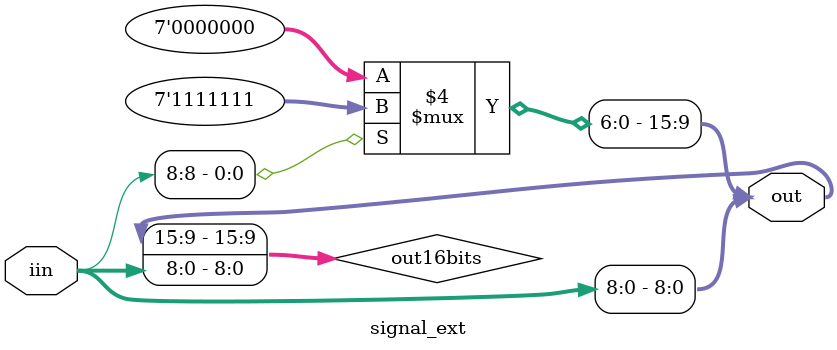
<source format=v>
module signal_ext(
input  [8:0]  iin,
output [15:0] out);

reg [15:0] out16bits;

assign out = out16bits;

always @(*) begin
  if(iin[8] == 1'b1)
    out16bits[15:9] = 7'b1111111;
  else
    out16bits[15:9] = 7'b0000000;

  out16bits[8:0] = iin;
end

endmodule

</source>
